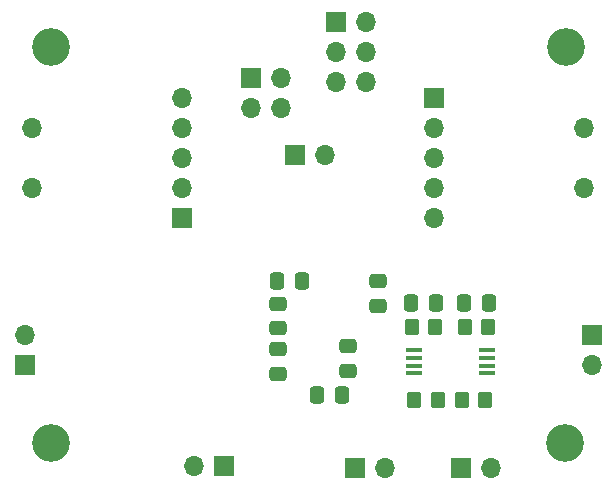
<source format=gbr>
%TF.GenerationSoftware,KiCad,Pcbnew,8.0.6-1.fc40*%
%TF.CreationDate,2024-12-02T14:58:13+01:00*%
%TF.ProjectId,PeltierDriver,50656c74-6965-4724-9472-697665722e6b,rev?*%
%TF.SameCoordinates,Original*%
%TF.FileFunction,Soldermask,Bot*%
%TF.FilePolarity,Negative*%
%FSLAX46Y46*%
G04 Gerber Fmt 4.6, Leading zero omitted, Abs format (unit mm)*
G04 Created by KiCad (PCBNEW 8.0.6-1.fc40) date 2024-12-02 14:58:13*
%MOMM*%
%LPD*%
G01*
G04 APERTURE LIST*
G04 Aperture macros list*
%AMRoundRect*
0 Rectangle with rounded corners*
0 $1 Rounding radius*
0 $2 $3 $4 $5 $6 $7 $8 $9 X,Y pos of 4 corners*
0 Add a 4 corners polygon primitive as box body*
4,1,4,$2,$3,$4,$5,$6,$7,$8,$9,$2,$3,0*
0 Add four circle primitives for the rounded corners*
1,1,$1+$1,$2,$3*
1,1,$1+$1,$4,$5*
1,1,$1+$1,$6,$7*
1,1,$1+$1,$8,$9*
0 Add four rect primitives between the rounded corners*
20,1,$1+$1,$2,$3,$4,$5,0*
20,1,$1+$1,$4,$5,$6,$7,0*
20,1,$1+$1,$6,$7,$8,$9,0*
20,1,$1+$1,$8,$9,$2,$3,0*%
G04 Aperture macros list end*
%ADD10R,1.700000X1.700000*%
%ADD11O,1.700000X1.700000*%
%ADD12C,3.200000*%
%ADD13RoundRect,0.250000X-0.475000X0.337500X-0.475000X-0.337500X0.475000X-0.337500X0.475000X0.337500X0*%
%ADD14RoundRect,0.250000X0.350000X0.450000X-0.350000X0.450000X-0.350000X-0.450000X0.350000X-0.450000X0*%
%ADD15RoundRect,0.250000X-0.337500X-0.475000X0.337500X-0.475000X0.337500X0.475000X-0.337500X0.475000X0*%
%ADD16RoundRect,0.250000X-0.350000X-0.450000X0.350000X-0.450000X0.350000X0.450000X-0.350000X0.450000X0*%
%ADD17RoundRect,0.250000X0.475000X-0.337500X0.475000X0.337500X-0.475000X0.337500X-0.475000X-0.337500X0*%
%ADD18RoundRect,0.250000X0.337500X0.475000X-0.337500X0.475000X-0.337500X-0.475000X0.337500X-0.475000X0*%
%ADD19R,1.350000X0.450000*%
G04 APERTURE END LIST*
D10*
%TO.C,VIBR1*%
X129050000Y-94430000D03*
D11*
X129050000Y-91890000D03*
X129050000Y-89350000D03*
X129050000Y-86810000D03*
X129050000Y-84270000D03*
X116350000Y-91890000D03*
X116350000Y-86810000D03*
%TD*%
D12*
%TO.C,REF\u002A\u002A*%
X117900000Y-79900000D03*
%TD*%
D10*
%TO.C,J2*%
X115700000Y-106875000D03*
D11*
X115700000Y-104335000D03*
%TD*%
D10*
%TO.C,Flex1*%
X152675000Y-115600000D03*
D11*
X155215000Y-115600000D03*
%TD*%
D10*
%TO.C,TH1*%
X143675000Y-115600000D03*
D11*
X146215000Y-115600000D03*
%TD*%
D10*
%TO.C,J4*%
X134825000Y-82525000D03*
D11*
X137365000Y-82525000D03*
X134825000Y-85065000D03*
X137365000Y-85065000D03*
%TD*%
D10*
%TO.C,J6*%
X142075000Y-77775000D03*
D11*
X144615000Y-77775000D03*
X142075000Y-80315000D03*
X144615000Y-80315000D03*
X142075000Y-82855000D03*
X144615000Y-82855000D03*
%TD*%
D10*
%TO.C,PE1*%
X132575000Y-115400000D03*
D11*
X130035000Y-115400000D03*
%TD*%
D10*
%TO.C,VIBR2*%
X150350000Y-84270000D03*
D11*
X150350000Y-86810000D03*
X150350000Y-89350000D03*
X150350000Y-91890000D03*
X150350000Y-94430000D03*
X163050000Y-86810000D03*
X163050000Y-91890000D03*
%TD*%
D10*
%TO.C,J1*%
X138575000Y-89050000D03*
D11*
X141115000Y-89050000D03*
%TD*%
D10*
%TO.C,J3*%
X163700000Y-104325000D03*
D11*
X163700000Y-106865000D03*
%TD*%
D12*
%TO.C,REF\u002A\u002A*%
X161450000Y-113500000D03*
%TD*%
%TO.C,REF\u002A\u002A*%
X117900000Y-113500000D03*
%TD*%
D13*
%TO.C,C2*%
X137146960Y-105512500D03*
X137146960Y-107587500D03*
%TD*%
D14*
%TO.C,R6*%
X154950000Y-103600000D03*
X152950000Y-103600000D03*
%TD*%
D15*
%TO.C,C9*%
X152912500Y-101600000D03*
X154987500Y-101600000D03*
%TD*%
D16*
%TO.C,R5*%
X152700000Y-109850000D03*
X154700000Y-109850000D03*
%TD*%
D15*
%TO.C,C1*%
X137062500Y-99775000D03*
X139137500Y-99775000D03*
%TD*%
D17*
%TO.C,C5*%
X145600000Y-101837500D03*
X145600000Y-99762500D03*
%TD*%
D13*
%TO.C,C4*%
X137125925Y-101663889D03*
X137125925Y-103738889D03*
%TD*%
D15*
%TO.C,C10*%
X148412500Y-101600000D03*
X150487500Y-101600000D03*
%TD*%
D14*
%TO.C,R7*%
X150450000Y-103600000D03*
X148450000Y-103600000D03*
%TD*%
D18*
%TO.C,C6*%
X142537500Y-109400000D03*
X140462500Y-109400000D03*
%TD*%
D16*
%TO.C,R4*%
X148700000Y-109850000D03*
X150700000Y-109850000D03*
%TD*%
D19*
%TO.C,U1*%
X154800000Y-105600000D03*
X154800000Y-106250000D03*
X154800000Y-106900000D03*
X154800000Y-107550000D03*
X148700000Y-107550000D03*
X148700000Y-106900000D03*
X148700000Y-106250000D03*
X148700000Y-105600000D03*
%TD*%
D13*
%TO.C,C3*%
X143100000Y-105262500D03*
X143100000Y-107337500D03*
%TD*%
D12*
%TO.C,REF\u002A\u002A*%
X161500000Y-79900000D03*
%TD*%
M02*

</source>
